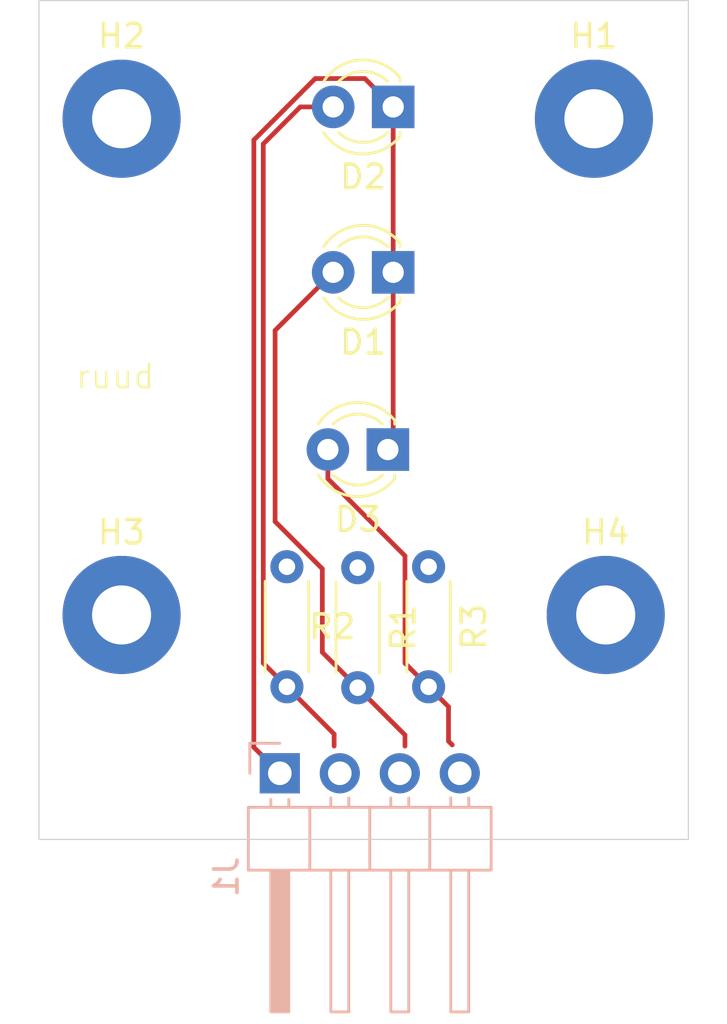
<source format=kicad_pcb>
(kicad_pcb (version 20240108) (generator "pcbnew") (generator_version "8.0")
  (layers (0 "F.Cu" signal) (31 "B.Cu" signal) (34 "B.Paste" user) (35 "F.Paste" user) (36 "B.SilkS" user "B.Silkscreen") (37 "F.SilkS" user "F.Silkscreen") (38 "B.Mask" user) (39 "F.Mask" user) (44 "Edge.Cuts" user))
  (net 0 "")
  (net 1 "Net-(D1-A)")
  (net 2 "Net-(D1-K)")
  (net 3 "Net-(D2-A)")
  (net 4 "Net-(D3-A)")
  (net 5 "Net-(J1-Pin_3)")
  (net 6 "Net-(J1-Pin_2)")
  (net 7 "Net-(J1-Pin_4)")
  (footprint "MountingHole:MountingHole_2.5mm_Pad" (layer "F.Cu") (at 149 107)
    (property "Reference" "H3" (at 0 -3.5 0) (layer "F.SilkS"))
    (property "Value" "MountingHole")
    (pad "1" thru_hole circle (at 0 0) (size 5 5) (drill 2.5) (layers "*.Cu" "*.Mask"))
  )
  (footprint "LED_THT:LED_D3.0mm" (layer "F.Cu") (at 160.5 85.5 180)
    (property "Reference" "D2" (at 1.27 -2.96 180) (layer "F.SilkS"))
    (property "Value" "LED")
    (fp_line (start -0.29 1.08) (end -0.29 1.236) (stroke (width 0.12)) (layer "F.SilkS"))
    (fp_line (start -0.29 -1.236) (end -0.29 -1.08) (stroke (width 0.12)) (layer "F.SilkS"))
    (fp_arc (start 2.942335 1.078608) (mid 1.366487 1.987659) (end -0.29 1.235516) (stroke (width 0.12)) (layer "F.SilkS"))
    (fp_arc (start 2.31113 1.079837) (mid 1.270117 1.5) (end 0.229039 1.08) (stroke (width 0.12)) (layer "F.SilkS"))
    (fp_arc (start 0.229039 -1.08) (mid 1.270117 -1.5) (end 2.31113 -1.079837) (stroke (width 0.12)) (layer "F.SilkS"))
    (fp_arc (start -0.29 -1.235516) (mid 1.366487 -1.987659) (end 2.942335 -1.078608) (stroke (width 0.12)) (layer "F.SilkS"))
    (pad "1" thru_hole rect (at 0 0 180) (size 1.8 1.8) (drill 0.9) (layers "*.Cu" "*.Mask") (net 2 "Net-(D1-K)"))
    (pad "2" thru_hole circle (at 2.54 0 180) (size 1.8 1.8) (drill 0.9) (layers "*.Cu" "*.Mask") (net 3 "Net-(D2-A)"))
  )
  (footprint "LED_THT:LED_D3.0mm" (layer "F.Cu") (at 160.275 100 180)
    (property "Reference" "D3" (at 1.27 -2.96 180) (layer "F.SilkS"))
    (property "Value" "LED")
    (fp_line (start -0.29 1.08) (end -0.29 1.236) (stroke (width 0.12)) (layer "F.SilkS"))
    (fp_line (start -0.29 -1.236) (end -0.29 -1.08) (stroke (width 0.12)) (layer "F.SilkS"))
    (fp_arc (start 2.942335 1.078608) (mid 1.366487 1.987659) (end -0.29 1.235516) (stroke (width 0.12)) (layer "F.SilkS"))
    (fp_arc (start 2.31113 1.079837) (mid 1.270117 1.5) (end 0.229039 1.08) (stroke (width 0.12)) (layer "F.SilkS"))
    (fp_arc (start 0.229039 -1.08) (mid 1.270117 -1.5) (end 2.31113 -1.079837) (stroke (width 0.12)) (layer "F.SilkS"))
    (fp_arc (start -0.29 -1.235516) (mid 1.366487 -1.987659) (end 2.942335 -1.078608) (stroke (width 0.12)) (layer "F.SilkS"))
    (pad "1" thru_hole rect (at 0 0 180) (size 1.8 1.8) (drill 0.9) (layers "*.Cu" "*.Mask") (net 2 "Net-(D1-K)"))
    (pad "2" thru_hole circle (at 2.54 0 180) (size 1.8 1.8) (drill 0.9) (layers "*.Cu" "*.Mask") (net 4 "Net-(D3-A)"))
  )
  (footprint "Resistor_THT:R_Axial_DIN0204_L3.6mm_D1.6mm_P5.08mm_Horizontal" (layer "F.Cu") (at 162 104.96 -90)
    (property "Reference" "R3" (at 2.54 -1.92 90) (layer "F.SilkS"))
    (property "Value" "R")
    (fp_line (start 0.62 0.92) (end 4.46 0.92) (stroke (width 0.12)) (layer "F.SilkS"))
    (fp_line (start 0.62 -0.92) (end 4.46 -0.92) (stroke (width 0.12)) (layer "F.SilkS"))
    (pad "1" thru_hole circle (at 0 0 270) (size 1.4 1.4) (drill 0.7) (layers "*.Cu" "*.Mask") (net 7 "Net-(J1-Pin_4)"))
    (pad "2" thru_hole oval (at 5.08 0 270) (size 1.4 1.4) (drill 0.7) (layers "*.Cu" "*.Mask") (net 4 "Net-(D3-A)"))
  )
  (footprint "MountingHole:MountingHole_2.5mm_Pad" (layer "F.Cu") (at 169 86)
    (property "Reference" "H1" (at 0 -3.5 0) (layer "F.SilkS"))
    (property "Value" "MountingHole")
    (pad "1" thru_hole circle (at 0 0) (size 5 5) (drill 2.5) (layers "*.Cu" "*.Mask"))
  )
  (footprint "MountingHole:MountingHole_2.5mm_Pad" (layer "F.Cu") (at 149 86)
    (property "Reference" "H2" (at 0 -3.5 0) (layer "F.SilkS"))
    (property "Value" "MountingHole")
    (pad "1" thru_hole circle (at 0 0) (size 5 5) (drill 2.5) (layers "*.Cu" "*.Mask"))
  )
  (footprint "Resistor_THT:R_Axial_DIN0204_L3.6mm_D1.6mm_P5.08mm_Horizontal" (layer "F.Cu") (at 159 105 -90)
    (property "Reference" "R1" (at 2.54 -1.92 90) (layer "F.SilkS"))
    (property "Value" "R")
    (fp_line (start 0.62 0.92) (end 4.46 0.92) (stroke (width 0.12)) (layer "F.SilkS"))
    (fp_line (start 0.62 -0.92) (end 4.46 -0.92) (stroke (width 0.12)) (layer "F.SilkS"))
    (pad "1" thru_hole circle (at 0 0 270) (size 1.4 1.4) (drill 0.7) (layers "*.Cu" "*.Mask") (net 6 "Net-(J1-Pin_2)"))
    (pad "2" thru_hole oval (at 5.08 0 270) (size 1.4 1.4) (drill 0.7) (layers "*.Cu" "*.Mask") (net 1 "Net-(D1-A)"))
  )
  (footprint "Resistor_THT:R_Axial_DIN0204_L3.6mm_D1.6mm_P5.08mm_Horizontal" (layer "F.Cu") (at 156 104.96 -90)
    (property "Reference" "R2" (at 2.54 -1.92 180) (layer "F.SilkS"))
    (property "Value" "R")
    (fp_line (start 0.62 0.92) (end 4.46 0.92) (stroke (width 0.12)) (layer "F.SilkS"))
    (fp_line (start 0.62 -0.92) (end 4.46 -0.92) (stroke (width 0.12)) (layer "F.SilkS"))
    (pad "1" thru_hole circle (at 0 0 270) (size 1.4 1.4) (drill 0.7) (layers "*.Cu" "*.Mask") (net 5 "Net-(J1-Pin_3)"))
    (pad "2" thru_hole oval (at 5.08 0 270) (size 1.4 1.4) (drill 0.7) (layers "*.Cu" "*.Mask") (net 3 "Net-(D2-A)"))
  )
  (footprint "MountingHole:MountingHole_2.5mm_Pad" (layer "F.Cu") (at 169.5 107)
    (property "Reference" "H4" (at 0 -3.5 0) (layer "F.SilkS"))
    (property "Value" "MountingHole")
    (pad "1" thru_hole circle (at 0 0) (size 5 5) (drill 2.5) (layers "*.Cu" "*.Mask"))
  )
  (footprint "LED_THT:LED_D3.0mm" (layer "F.Cu") (at 160.5 92.5 180)
    (property "Reference" "D1" (at 1.27 -2.96 180) (layer "F.SilkS"))
    (property "Value" "LED")
    (fp_line (start -0.29 1.08) (end -0.29 1.236) (stroke (width 0.12)) (layer "F.SilkS"))
    (fp_line (start -0.29 -1.236) (end -0.29 -1.08) (stroke (width 0.12)) (layer "F.SilkS"))
    (fp_arc (start 2.942335 1.078608) (mid 1.366487 1.987659) (end -0.29 1.235516) (stroke (width 0.12)) (layer "F.SilkS"))
    (fp_arc (start 2.31113 1.079837) (mid 1.270117 1.5) (end 0.229039 1.08) (stroke (width 0.12)) (layer "F.SilkS"))
    (fp_arc (start 0.229039 -1.08) (mid 1.270117 -1.5) (end 2.31113 -1.079837) (stroke (width 0.12)) (layer "F.SilkS"))
    (fp_arc (start -0.29 -1.235516) (mid 1.366487 -1.987659) (end 2.942335 -1.078608) (stroke (width 0.12)) (layer "F.SilkS"))
    (pad "1" thru_hole rect (at 0 0 180) (size 1.8 1.8) (drill 0.9) (layers "*.Cu" "*.Mask") (net 2 "Net-(D1-K)"))
    (pad "2" thru_hole circle (at 2.54 0 180) (size 1.8 1.8) (drill 0.9) (layers "*.Cu" "*.Mask") (net 1 "Net-(D1-A)"))
  )
  (footprint "Connector_PinHeader_2.54mm:PinHeader_1x04_P2.54mm_Horizontal" (layer "B.Cu") (at 155.7 113.7 -90)
    (property "Reference" "J1" (at 4.385 2.27 90) (layer "B.SilkS") (effects (justify mirror)))
    (property "Value" "Conn_01x04_Pin")
    (fp_line (start 1.44 1.33) (end 4.1 1.33) (stroke (width 0.12)) (layer "B.SilkS"))
    (fp_line (start 4.1 1.33) (end 4.1 -8.95) (stroke (width 0.12)) (layer "B.SilkS"))
    (fp_line (start -1.27 1.27) (end -1.27 0) (stroke (width 0.12)) (layer "B.SilkS"))
    (fp_line (start 0 1.27) (end -1.27 1.27) (stroke (width 0.12)) (layer "B.SilkS"))
    (fp_line (start 1.44 0.38) (end 1.11 0.38) (stroke (width 0.12)) (layer "B.SilkS"))
    (fp_line (start 10.1 0.38) (end 4.1 0.38) (stroke (width 0.12)) (layer "B.SilkS"))
    (fp_line (start 10.1 0.32) (end 4.1 0.32) (stroke (width 0.12)) (layer "B.SilkS"))
    (fp_line (start 10.1 0.2) (end 4.1 0.2) (stroke (width 0.12)) (layer "B.SilkS"))
    (fp_line (start 10.1 0.08) (end 4.1 0.08) (stroke (width 0.12)) (layer "B.SilkS"))
    (fp_line (start 10.1 -0.04) (end 4.1 -0.04) (stroke (width 0.12)) (layer "B.SilkS"))
    (fp_line (start 10.1 -0.16) (end 4.1 -0.16) (stroke (width 0.12)) (layer "B.SilkS"))
    (fp_line (start 10.1 -0.28) (end 4.1 -0.28) (stroke (width 0.12)) (layer "B.SilkS"))
    (fp_line (start 1.44 -0.38) (end 1.11 -0.38) (stroke (width 0.12)) (layer "B.SilkS"))
    (fp_line (start 4.1 -0.38) (end 10.1 -0.38) (stroke (width 0.12)) (layer "B.SilkS"))
    (fp_line (start 10.1 -0.38) (end 10.1 0.38) (stroke (width 0.12)) (layer "B.SilkS"))
    (fp_line (start 4.1 -1.27) (end 1.44 -1.27) (stroke (width 0.12)) (layer "B.SilkS"))
    (fp_line (start 1.44 -2.16) (end 1.042929 -2.16) (stroke (width 0.12)) (layer "B.SilkS"))
    (fp_line (start 10.1 -2.16) (end 4.1 -2.16) (stroke (width 0.12)) (layer "B.SilkS"))
    (fp_line (start 1.44 -2.92) (end 1.042929 -2.92) (stroke (width 0.12)) (layer "B.SilkS"))
    (fp_line (start 4.1 -2.92) (end 10.1 -2.92) (stroke (width 0.12)) (layer "B.SilkS"))
    (fp_line (start 10.1 -2.92) (end 10.1 -2.16) (stroke (width 0.12)) (layer "B.SilkS"))
    (fp_line (start 4.1 -3.81) (end 1.44 -3.81) (stroke (width 0.12)) (layer "B.SilkS"))
    (fp_line (start 1.44 -4.7) (end 1.042929 -4.7) (stroke (width 0.12)) (layer "B.SilkS"))
    (fp_line (start 10.1 -4.7) (end 4.1 -4.7) (stroke (width 0.12)) (layer "B.SilkS"))
    (fp_line (start 1.44 -5.46) (end 1.042929 -5.46) (stroke (width 0.12)) (layer "B.SilkS"))
    (fp_line (start 4.1 -5.46) (end 10.1 -5.46) (stroke (width 0.12)) (layer "B.SilkS"))
    (fp_line (start 10.1 -5.46) (end 10.1 -4.7) (stroke (width 0.12)) (layer "B.SilkS"))
    (fp_line (start 4.1 -6.35) (end 1.44 -6.35) (stroke (width 0.12)) (layer "B.SilkS"))
    (fp_line (start 1.44 -7.24) (end 1.042929 -7.24) (stroke (width 0.12)) (layer "B.SilkS"))
    (fp_line (start 10.1 -7.24) (end 4.1 -7.24) (stroke (width 0.12)) (layer "B.SilkS"))
    (fp_line (start 1.44 -8) (end 1.042929 -8) (stroke (width 0.12)) (layer "B.SilkS"))
    (fp_line (start 4.1 -8) (end 10.1 -8) (stroke (width 0.12)) (layer "B.SilkS"))
    (fp_line (start 10.1 -8) (end 10.1 -7.24) (stroke (width 0.12)) (layer "B.SilkS"))
    (fp_line (start 1.44 -8.95) (end 1.44 1.33) (stroke (width 0.12)) (layer "B.SilkS"))
    (fp_line (start 4.1 -8.95) (end 1.44 -8.95) (stroke (width 0.12)) (layer "B.SilkS"))
    (pad "1" thru_hole rect (at 0 0 270) (size 1.7 1.7) (drill 1) (layers "*.Cu" "*.Mask") (net 2 "Net-(D1-K)"))
    (pad "2" thru_hole oval (at 0 -2.54 270) (size 1.7 1.7) (drill 1) (layers "*.Cu" "*.Mask") (net 6 "Net-(J1-Pin_2)"))
    (pad "3" thru_hole oval (at 0 -5.08 270) (size 1.7 1.7) (drill 1) (layers "*.Cu" "*.Mask") (net 5 "Net-(J1-Pin_3)"))
    (pad "4" thru_hole oval (at 0 -7.62 270) (size 1.7 1.7) (drill 1) (layers "*.Cu" "*.Mask") (net 7 "Net-(J1-Pin_4)"))
  )
  (gr_rect (start 145.5 81) (end 173 116.5) (stroke (width 0.05)) (fill none) (layer "Edge.Cuts"))
  (gr_text "ruud" (at 147 97.5 0) (layer "F.SilkS") (effects (font (size 1 1) (thickness 0.1)) (justify left bottom)))
  (segment (start 159 110.08) (end 161 112.08) (width 0.2) (layer "F.Cu") (net 1))
  (segment (start 157.5 108.58) (end 159 110.08) (width 0.2) (layer "F.Cu") (net 1))
  (segment (start 161 112.08) (end 161 112.55) (width 0.2) (layer "F.Cu") (net 1))
  (segment (start 157.96 92.5) (end 155.5 94.96) (width 0.2) (layer "F.Cu") (net 1))
  (segment (start 155.5 103.045786) (end 157.5 105.045786) (width 0.2) (layer "F.Cu") (net 1))
  (segment (start 155.5 94.96) (end 155.5 103.045786) (width 0.2) (layer "F.Cu") (net 1))
  (segment (start 157.5 105.045786) (end 157.5 108.58) (width 0.2) (layer "F.Cu") (net 1))
  (segment (start 160.5 85.5) (end 160.5 92.5) (width 0.2) (layer "F.Cu") (net 2))
  (segment (start 159.3 84.3) (end 157.2 84.3) (width 0.2) (layer "F.Cu") (net 2))
  (segment (start 154.6 112.6) (end 155.7 113.7) (width 0.2) (layer "F.Cu") (net 2))
  (segment (start 160.5 85.5) (end 159.3 84.3) (width 0.2) (layer "F.Cu") (net 2))
  (segment (start 154.6 86.9) (end 154.6 112.6) (width 0.2) (layer "F.Cu") (net 2))
  (segment (start 160.5 99.775) (end 160.275 100) (width 0.2) (layer "F.Cu") (net 2))
  (segment (start 157.2 84.3) (end 154.6 86.9) (width 0.2) (layer "F.Cu") (net 2))
  (segment (start 160.5 92.5) (end 160.5 99.775) (width 0.2) (layer "F.Cu") (net 2))
  (segment (start 156.565686 85.5) (end 155 87.065686) (width 0.2) (layer "F.Cu") (net 3))
  (segment (start 158 112.04) (end 158 112.55) (width 0.2) (layer "F.Cu") (net 3))
  (segment (start 155 87.065686) (end 155 109.04) (width 0.2) (layer "F.Cu") (net 3))
  (segment (start 156 110.04) (end 158 112.04) (width 0.2) (layer "F.Cu") (net 3))
  (segment (start 155 109.04) (end 156 110.04) (width 0.2) (layer "F.Cu") (net 3))
  (segment (start 157.96 85.5) (end 156.565686 85.5) (width 0.2) (layer "F.Cu") (net 3))
  (segment (start 157.735 101.235) (end 161 104.5) (width 0.2) (layer "F.Cu") (net 4))
  (segment (start 162.843654 112.343654) (end 163 112.5) (width 0.2) (layer "F.Cu") (net 4))
  (segment (start 157.735 100) (end 157.735 101.235) (width 0.2) (layer "F.Cu") (net 4))
  (segment (start 162 110.04) (end 162.843654 110.883654) (width 0.2) (layer "F.Cu") (net 4))
  (segment (start 161 104.5) (end 161 109.04) (width 0.2) (layer "F.Cu") (net 4))
  (segment (start 162.843654 110.883654) (end 162.843654 112.343654) (width 0.2) (layer "F.Cu") (net 4))
  (segment (start 161 109.04) (end 162 110.04) (width 0.2) (layer "F.Cu") (net 4))
)
</source>
